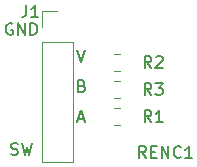
<source format=gto>
G04 #@! TF.GenerationSoftware,KiCad,Pcbnew,(5.1.5)-3*
G04 #@! TF.CreationDate,2020-09-13T15:21:18-04:00*
G04 #@! TF.ProjectId,RotaryEnc,526f7461-7279-4456-9e63-2e6b69636164,X1*
G04 #@! TF.SameCoordinates,Original*
G04 #@! TF.FileFunction,Legend,Top*
G04 #@! TF.FilePolarity,Positive*
%FSLAX46Y46*%
G04 Gerber Fmt 4.6, Leading zero omitted, Abs format (unit mm)*
G04 Created by KiCad (PCBNEW (5.1.5)-3) date 2020-09-13 15:21:18*
%MOMM*%
%LPD*%
G04 APERTURE LIST*
%ADD10C,0.150000*%
%ADD11C,0.120000*%
G04 APERTURE END LIST*
D10*
X27059142Y-27884380D02*
X26725809Y-27408190D01*
X26487714Y-27884380D02*
X26487714Y-26884380D01*
X26868666Y-26884380D01*
X26963904Y-26932000D01*
X27011523Y-26979619D01*
X27059142Y-27074857D01*
X27059142Y-27217714D01*
X27011523Y-27312952D01*
X26963904Y-27360571D01*
X26868666Y-27408190D01*
X26487714Y-27408190D01*
X27487714Y-27360571D02*
X27821047Y-27360571D01*
X27963904Y-27884380D02*
X27487714Y-27884380D01*
X27487714Y-26884380D01*
X27963904Y-26884380D01*
X28392476Y-27884380D02*
X28392476Y-26884380D01*
X28963904Y-27884380D01*
X28963904Y-26884380D01*
X30011523Y-27789142D02*
X29963904Y-27836761D01*
X29821047Y-27884380D01*
X29725809Y-27884380D01*
X29582952Y-27836761D01*
X29487714Y-27741523D01*
X29440095Y-27646285D01*
X29392476Y-27455809D01*
X29392476Y-27312952D01*
X29440095Y-27122476D01*
X29487714Y-27027238D01*
X29582952Y-26932000D01*
X29725809Y-26884380D01*
X29821047Y-26884380D01*
X29963904Y-26932000D01*
X30011523Y-26979619D01*
X30963904Y-27884380D02*
X30392476Y-27884380D01*
X30678190Y-27884380D02*
X30678190Y-26884380D01*
X30582952Y-27027238D01*
X30487714Y-27122476D01*
X30392476Y-27170095D01*
X21351904Y-24550666D02*
X21828095Y-24550666D01*
X21256666Y-24836380D02*
X21590000Y-23836380D01*
X21923333Y-24836380D01*
X21661428Y-21772571D02*
X21804285Y-21820190D01*
X21851904Y-21867809D01*
X21899523Y-21963047D01*
X21899523Y-22105904D01*
X21851904Y-22201142D01*
X21804285Y-22248761D01*
X21709047Y-22296380D01*
X21328095Y-22296380D01*
X21328095Y-21296380D01*
X21661428Y-21296380D01*
X21756666Y-21344000D01*
X21804285Y-21391619D01*
X21851904Y-21486857D01*
X21851904Y-21582095D01*
X21804285Y-21677333D01*
X21756666Y-21724952D01*
X21661428Y-21772571D01*
X21328095Y-21772571D01*
X21256666Y-18756380D02*
X21590000Y-19756380D01*
X21923333Y-18756380D01*
X15652857Y-27582761D02*
X15795714Y-27630380D01*
X16033809Y-27630380D01*
X16129047Y-27582761D01*
X16176666Y-27535142D01*
X16224285Y-27439904D01*
X16224285Y-27344666D01*
X16176666Y-27249428D01*
X16129047Y-27201809D01*
X16033809Y-27154190D01*
X15843333Y-27106571D01*
X15748095Y-27058952D01*
X15700476Y-27011333D01*
X15652857Y-26916095D01*
X15652857Y-26820857D01*
X15700476Y-26725619D01*
X15748095Y-26678000D01*
X15843333Y-26630380D01*
X16081428Y-26630380D01*
X16224285Y-26678000D01*
X16557619Y-26630380D02*
X16795714Y-27630380D01*
X16986190Y-26916095D01*
X17176666Y-27630380D01*
X17414761Y-26630380D01*
X15748095Y-16518000D02*
X15652857Y-16470380D01*
X15510000Y-16470380D01*
X15367142Y-16518000D01*
X15271904Y-16613238D01*
X15224285Y-16708476D01*
X15176666Y-16898952D01*
X15176666Y-17041809D01*
X15224285Y-17232285D01*
X15271904Y-17327523D01*
X15367142Y-17422761D01*
X15510000Y-17470380D01*
X15605238Y-17470380D01*
X15748095Y-17422761D01*
X15795714Y-17375142D01*
X15795714Y-17041809D01*
X15605238Y-17041809D01*
X16224285Y-17470380D02*
X16224285Y-16470380D01*
X16795714Y-17470380D01*
X16795714Y-16470380D01*
X17271904Y-17470380D02*
X17271904Y-16470380D01*
X17510000Y-16470380D01*
X17652857Y-16518000D01*
X17748095Y-16613238D01*
X17795714Y-16708476D01*
X17843333Y-16898952D01*
X17843333Y-17041809D01*
X17795714Y-17232285D01*
X17748095Y-17327523D01*
X17652857Y-17422761D01*
X17510000Y-17470380D01*
X17271904Y-17470380D01*
D11*
X18228000Y-28254000D02*
X20888000Y-28254000D01*
X18228000Y-18034000D02*
X18228000Y-28254000D01*
X20888000Y-18034000D02*
X20888000Y-28254000D01*
X18228000Y-18034000D02*
X20888000Y-18034000D01*
X18228000Y-16764000D02*
X18228000Y-15434000D01*
X18228000Y-15434000D02*
X19558000Y-15434000D01*
X24899252Y-25094000D02*
X24376748Y-25094000D01*
X24899252Y-23674000D02*
X24376748Y-23674000D01*
X24899252Y-20522000D02*
X24376748Y-20522000D01*
X24899252Y-19102000D02*
X24376748Y-19102000D01*
X24899252Y-21388000D02*
X24376748Y-21388000D01*
X24899252Y-22808000D02*
X24376748Y-22808000D01*
D10*
X16938666Y-14946380D02*
X16938666Y-15660666D01*
X16891047Y-15803523D01*
X16795809Y-15898761D01*
X16652952Y-15946380D01*
X16557714Y-15946380D01*
X17938666Y-15946380D02*
X17367238Y-15946380D01*
X17652952Y-15946380D02*
X17652952Y-14946380D01*
X17557714Y-15089238D01*
X17462476Y-15184476D01*
X17367238Y-15232095D01*
X27519333Y-24836380D02*
X27186000Y-24360190D01*
X26947904Y-24836380D02*
X26947904Y-23836380D01*
X27328857Y-23836380D01*
X27424095Y-23884000D01*
X27471714Y-23931619D01*
X27519333Y-24026857D01*
X27519333Y-24169714D01*
X27471714Y-24264952D01*
X27424095Y-24312571D01*
X27328857Y-24360190D01*
X26947904Y-24360190D01*
X28471714Y-24836380D02*
X27900285Y-24836380D01*
X28186000Y-24836380D02*
X28186000Y-23836380D01*
X28090761Y-23979238D01*
X27995523Y-24074476D01*
X27900285Y-24122095D01*
X27519333Y-20264380D02*
X27186000Y-19788190D01*
X26947904Y-20264380D02*
X26947904Y-19264380D01*
X27328857Y-19264380D01*
X27424095Y-19312000D01*
X27471714Y-19359619D01*
X27519333Y-19454857D01*
X27519333Y-19597714D01*
X27471714Y-19692952D01*
X27424095Y-19740571D01*
X27328857Y-19788190D01*
X26947904Y-19788190D01*
X27900285Y-19359619D02*
X27947904Y-19312000D01*
X28043142Y-19264380D01*
X28281238Y-19264380D01*
X28376476Y-19312000D01*
X28424095Y-19359619D01*
X28471714Y-19454857D01*
X28471714Y-19550095D01*
X28424095Y-19692952D01*
X27852666Y-20264380D01*
X28471714Y-20264380D01*
X27519333Y-22550380D02*
X27186000Y-22074190D01*
X26947904Y-22550380D02*
X26947904Y-21550380D01*
X27328857Y-21550380D01*
X27424095Y-21598000D01*
X27471714Y-21645619D01*
X27519333Y-21740857D01*
X27519333Y-21883714D01*
X27471714Y-21978952D01*
X27424095Y-22026571D01*
X27328857Y-22074190D01*
X26947904Y-22074190D01*
X27852666Y-21550380D02*
X28471714Y-21550380D01*
X28138380Y-21931333D01*
X28281238Y-21931333D01*
X28376476Y-21978952D01*
X28424095Y-22026571D01*
X28471714Y-22121809D01*
X28471714Y-22359904D01*
X28424095Y-22455142D01*
X28376476Y-22502761D01*
X28281238Y-22550380D01*
X27995523Y-22550380D01*
X27900285Y-22502761D01*
X27852666Y-22455142D01*
M02*

</source>
